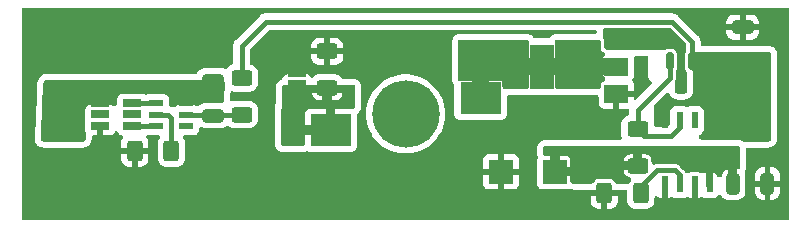
<source format=gbr>
%TF.GenerationSoftware,KiCad,Pcbnew,7.0.10*%
%TF.CreationDate,2024-10-13T16:46:52+02:00*%
%TF.ProjectId,Luz solar,4c757a20-736f-46c6-9172-2e6b69636164,rev?*%
%TF.SameCoordinates,Original*%
%TF.FileFunction,Copper,L1,Top*%
%TF.FilePolarity,Positive*%
%FSLAX46Y46*%
G04 Gerber Fmt 4.6, Leading zero omitted, Abs format (unit mm)*
G04 Created by KiCad (PCBNEW 7.0.10) date 2024-10-13 16:46:52*
%MOMM*%
%LPD*%
G01*
G04 APERTURE LIST*
G04 Aperture macros list*
%AMRoundRect*
0 Rectangle with rounded corners*
0 $1 Rounding radius*
0 $2 $3 $4 $5 $6 $7 $8 $9 X,Y pos of 4 corners*
0 Add a 4 corners polygon primitive as box body*
4,1,4,$2,$3,$4,$5,$6,$7,$8,$9,$2,$3,0*
0 Add four circle primitives for the rounded corners*
1,1,$1+$1,$2,$3*
1,1,$1+$1,$4,$5*
1,1,$1+$1,$6,$7*
1,1,$1+$1,$8,$9*
0 Add four rect primitives between the rounded corners*
20,1,$1+$1,$2,$3,$4,$5,0*
20,1,$1+$1,$4,$5,$6,$7,0*
20,1,$1+$1,$6,$7,$8,$9,0*
20,1,$1+$1,$8,$9,$2,$3,0*%
%AMFreePoly0*
4,1,19,0.500000,-0.750000,0.000000,-0.750000,0.000000,-0.744911,-0.071157,-0.744911,-0.207708,-0.704816,-0.327430,-0.627875,-0.420627,-0.520320,-0.479746,-0.390866,-0.500000,-0.250000,-0.500000,0.250000,-0.479746,0.390866,-0.420627,0.520320,-0.327430,0.627875,-0.207708,0.704816,-0.071157,0.744911,0.000000,0.744911,0.000000,0.750000,0.500000,0.750000,0.500000,-0.750000,0.500000,-0.750000,
$1*%
%AMFreePoly1*
4,1,19,0.000000,0.744911,0.071157,0.744911,0.207708,0.704816,0.327430,0.627875,0.420627,0.520320,0.479746,0.390866,0.500000,0.250000,0.500000,-0.250000,0.479746,-0.390866,0.420627,-0.520320,0.327430,-0.627875,0.207708,-0.704816,0.071157,-0.744911,0.000000,-0.744911,0.000000,-0.750000,-0.500000,-0.750000,-0.500000,0.750000,0.000000,0.750000,0.000000,0.744911,0.000000,0.744911,
$1*%
G04 Aperture macros list end*
%TA.AperFunction,SMDPad,CuDef*%
%ADD10R,0.600000X1.400000*%
%TD*%
%TA.AperFunction,SMDPad,CuDef*%
%ADD11RoundRect,0.250000X-0.625000X0.400000X-0.625000X-0.400000X0.625000X-0.400000X0.625000X0.400000X0*%
%TD*%
%TA.AperFunction,SMDPad,CuDef*%
%ADD12R,1.560000X0.650000*%
%TD*%
%TA.AperFunction,SMDPad,CuDef*%
%ADD13R,2.000000X3.800000*%
%TD*%
%TA.AperFunction,SMDPad,CuDef*%
%ADD14R,2.000000X1.500000*%
%TD*%
%TA.AperFunction,SMDPad,CuDef*%
%ADD15RoundRect,0.250000X0.400000X0.625000X-0.400000X0.625000X-0.400000X-0.625000X0.400000X-0.625000X0*%
%TD*%
%TA.AperFunction,SMDPad,CuDef*%
%ADD16RoundRect,0.250000X0.625000X-0.400000X0.625000X0.400000X-0.625000X0.400000X-0.625000X-0.400000X0*%
%TD*%
%TA.AperFunction,SMDPad,CuDef*%
%ADD17R,3.500000X2.700000*%
%TD*%
%TA.AperFunction,SMDPad,CuDef*%
%ADD18C,5.700000*%
%TD*%
%TA.AperFunction,SMDPad,CuDef*%
%ADD19RoundRect,0.250000X0.650000X-0.325000X0.650000X0.325000X-0.650000X0.325000X-0.650000X-0.325000X0*%
%TD*%
%TA.AperFunction,SMDPad,CuDef*%
%ADD20RoundRect,0.250000X-0.325000X-0.650000X0.325000X-0.650000X0.325000X0.650000X-0.325000X0.650000X0*%
%TD*%
%TA.AperFunction,SMDPad,CuDef*%
%ADD21RoundRect,0.150000X-0.150000X0.587500X-0.150000X-0.587500X0.150000X-0.587500X0.150000X0.587500X0*%
%TD*%
%TA.AperFunction,SMDPad,CuDef*%
%ADD22R,1.210000X0.590000*%
%TD*%
%TA.AperFunction,SMDPad,CuDef*%
%ADD23FreePoly0,270.000000*%
%TD*%
%TA.AperFunction,SMDPad,CuDef*%
%ADD24FreePoly1,270.000000*%
%TD*%
%TA.AperFunction,SMDPad,CuDef*%
%ADD25R,2.000000X2.000000*%
%TD*%
%TA.AperFunction,Conductor*%
%ADD26C,0.400000*%
%TD*%
G04 APERTURE END LIST*
D10*
%TO.P,U1,1,TEMP*%
%TO.N,GND*%
X154432000Y-96934000D03*
%TO.P,U1,2,ISET*%
%TO.N,Net-(U1-ISET)*%
X155702000Y-96934000D03*
%TO.P,U1,3,GND*%
%TO.N,GND*%
X156972000Y-96934000D03*
%TO.P,U1,4,VIN*%
%TO.N,/+Vin*%
X158242000Y-96934000D03*
%TO.P,U1,5,BAT*%
%TO.N,/+Bat*%
X158242000Y-91534000D03*
%TO.P,U1,6,~{DONE}*%
%TO.N,unconnected-(U1-~{DONE}-Pad6)*%
X156972000Y-91534000D03*
%TO.P,U1,7,~{CHRG}*%
%TO.N,/{slash}CHRG*%
X155702000Y-91534000D03*
%TO.P,U1,8,FB*%
%TO.N,/+Bat*%
X154432000Y-91534000D03*
%TD*%
D11*
%TO.P,R3,1*%
%TO.N,GND*%
X125857000Y-85699000D03*
%TO.P,R3,2*%
%TO.N,/LED2*%
X125857000Y-88799000D03*
%TD*%
D12*
%TO.P,U4,1,S1*%
%TO.N,/-Bat*%
X106650000Y-90100000D03*
%TO.P,U4,2,D1/D2*%
%TO.N,unconnected-(U4-D1{slash}D2-Pad2)*%
X106650000Y-91050000D03*
%TO.P,U4,3,S2*%
%TO.N,GND*%
X106650000Y-92000000D03*
%TO.P,U4,4,G2*%
%TO.N,Net-(U3-OC)*%
X109350000Y-92000000D03*
%TO.P,U4,5,NC*%
%TO.N,unconnected-(U4-NC-Pad5)*%
X109350000Y-91050000D03*
%TO.P,U4,6,G1*%
%TO.N,Net-(U3-OD)*%
X109350000Y-90100000D03*
%TD*%
D13*
%TO.P,TP4,1,1*%
%TO.N,/-Bat*%
X103000000Y-91000000D03*
%TD*%
D14*
%TO.P,U2,1,GND*%
%TO.N,GND*%
X150343000Y-89295000D03*
%TO.P,U2,2,VO*%
%TO.N,/LED1*%
X150343000Y-86995000D03*
D13*
X144043000Y-86995000D03*
D14*
%TO.P,U2,3,VI*%
%TO.N,/LED*%
X150343000Y-84695000D03*
%TD*%
D15*
%TO.P,R4,1*%
%TO.N,Net-(U3-CS)*%
X112675000Y-94107000D03*
%TO.P,R4,2*%
%TO.N,GND*%
X109575000Y-94107000D03*
%TD*%
D16*
%TO.P,R1,1*%
%TO.N,/+Vin*%
X152146000Y-95377000D03*
%TO.P,R1,2*%
%TO.N,/{slash}CHRG*%
X152146000Y-92277000D03*
%TD*%
D17*
%TO.P,D1,1,K*%
%TO.N,/LED2*%
X126150000Y-92350000D03*
%TO.P,D1,2,A*%
%TO.N,/LED1*%
X138850000Y-89650000D03*
D18*
%TO.P,D1,3*%
%TO.N,N/C*%
X132500000Y-91000000D03*
%TD*%
D16*
%TO.P,R5,1*%
%TO.N,Net-(U3-VCC)*%
X118618000Y-91059000D03*
%TO.P,R5,2*%
%TO.N,/+Bat*%
X118618000Y-87959000D03*
%TD*%
D19*
%TO.P,C3,1*%
%TO.N,Net-(U3-VCC)*%
X116205000Y-91137000D03*
%TO.P,C3,2*%
%TO.N,/-Bat*%
X116205000Y-88187000D03*
%TD*%
D20*
%TO.P,C1,1*%
%TO.N,/+Vin*%
X160196000Y-96901000D03*
%TO.P,C1,2*%
%TO.N,GND*%
X163146000Y-96901000D03*
%TD*%
D19*
%TO.P,C2,1*%
%TO.N,/+Bat*%
X161036000Y-86614000D03*
%TO.P,C2,2*%
%TO.N,GND*%
X161036000Y-83664000D03*
%TD*%
D15*
%TO.P,R2,1*%
%TO.N,Net-(U1-ISET)*%
X152426000Y-97663000D03*
%TO.P,R2,2*%
%TO.N,GND*%
X149326000Y-97663000D03*
%TD*%
D21*
%TO.P,Q1,1,D*%
%TO.N,/+Bat*%
X156779000Y-86517000D03*
%TO.P,Q1,2,G*%
%TO.N,/{slash}CHRG*%
X154879000Y-86517000D03*
%TO.P,Q1,3,S*%
%TO.N,/LED*%
X155829000Y-88392000D03*
%TD*%
D22*
%TO.P,U3,1,OD*%
%TO.N,Net-(U3-OD)*%
X111394000Y-90109000D03*
%TO.P,U3,2,CS*%
%TO.N,Net-(U3-CS)*%
X111394000Y-91059000D03*
%TO.P,U3,3,OC*%
%TO.N,Net-(U3-OC)*%
X111394000Y-92009000D03*
%TO.P,U3,4,TD*%
%TO.N,unconnected-(U3-TD-Pad4)*%
X113904000Y-92009000D03*
%TO.P,U3,5,VCC*%
%TO.N,Net-(U3-VCC)*%
X113904000Y-91059000D03*
%TO.P,U3,6,GND*%
%TO.N,/-Bat*%
X113904000Y-90109000D03*
%TD*%
D13*
%TO.P,TP3,1,1*%
%TO.N,/+Bat*%
X162000000Y-91000000D03*
%TD*%
D23*
%TO.P,JP1,1,A*%
%TO.N,GND*%
X123317000Y-87346000D03*
D24*
%TO.P,JP1,2,B*%
%TO.N,/LED2*%
X123317000Y-88646000D03*
%TD*%
D25*
%TO.P,TP1,1,1*%
%TO.N,/+Vin*%
X145161000Y-95885000D03*
%TD*%
%TO.P,TP2,1,1*%
%TO.N,GND*%
X140589000Y-95885000D03*
%TD*%
D26*
%TO.N,/+Bat*%
X156779000Y-84897000D02*
X155067000Y-83185000D01*
X118618000Y-85217000D02*
X120650000Y-83185000D01*
X156779000Y-86517000D02*
X156779000Y-84897000D01*
X155067000Y-83185000D02*
X120650000Y-83185000D01*
X118618000Y-87959000D02*
X118618000Y-85217000D01*
%TO.N,Net-(U3-VCC)*%
X118413000Y-91059000D02*
X118491000Y-91137000D01*
X116078000Y-91059000D02*
X118413000Y-91059000D01*
X116078000Y-91059000D02*
X113904000Y-91059000D01*
%TO.N,/{slash}CHRG*%
X155702000Y-92075000D02*
X154940000Y-92837000D01*
X152146000Y-90678000D02*
X154879000Y-87945000D01*
X154940000Y-92837000D02*
X152706000Y-92837000D01*
X154879000Y-87945000D02*
X154879000Y-86517000D01*
X152146000Y-92277000D02*
X152146000Y-90678000D01*
X155702000Y-91534000D02*
X155702000Y-92075000D01*
X152706000Y-92837000D02*
X152146000Y-92277000D01*
%TO.N,Net-(U1-ISET)*%
X155702000Y-96139000D02*
X155321000Y-95758000D01*
X155702000Y-96934000D02*
X155702000Y-96139000D01*
X155321000Y-95758000D02*
X153797000Y-95758000D01*
X153797000Y-95758000D02*
X152426000Y-97129000D01*
X152426000Y-97129000D02*
X152426000Y-97663000D01*
%TO.N,Net-(U3-CS)*%
X112395000Y-91059000D02*
X112675000Y-91339000D01*
X112675000Y-91339000D02*
X112675000Y-94107000D01*
X111394000Y-91059000D02*
X112395000Y-91059000D01*
%TO.N,Net-(U3-OD)*%
X109359000Y-90109000D02*
X109350000Y-90100000D01*
X111394000Y-90109000D02*
X109359000Y-90109000D01*
%TO.N,Net-(U3-OC)*%
X109359000Y-92009000D02*
X109350000Y-92000000D01*
X111394000Y-92009000D02*
X109359000Y-92009000D01*
%TD*%
%TA.AperFunction,Conductor*%
%TO.N,/-Bat*%
G36*
X117053838Y-88156954D02*
G01*
X117134620Y-88210930D01*
X117188596Y-88291712D01*
X117207550Y-88387000D01*
X117207206Y-88400087D01*
X117132178Y-89825587D01*
X117108242Y-89919748D01*
X117050094Y-89997580D01*
X116966587Y-90047236D01*
X116883522Y-90061500D01*
X115504993Y-90061500D01*
X115402199Y-90072001D01*
X115235667Y-90127185D01*
X115086343Y-90219288D01*
X115034550Y-90271081D01*
X114953768Y-90325057D01*
X114858480Y-90344010D01*
X114768160Y-90326043D01*
X114768017Y-90326428D01*
X114765643Y-90325542D01*
X114763192Y-90325055D01*
X114759144Y-90323118D01*
X114616481Y-90269908D01*
X114556873Y-90263500D01*
X113251134Y-90263500D01*
X113251130Y-90263500D01*
X113251128Y-90263501D01*
X113238314Y-90264878D01*
X113191519Y-90269908D01*
X113191515Y-90269909D01*
X113056667Y-90320204D01*
X112952945Y-90397851D01*
X112865304Y-90439782D01*
X112768288Y-90444983D01*
X112715426Y-90431335D01*
X112670222Y-90414191D01*
X112656338Y-90408441D01*
X112646306Y-90403925D01*
X112567193Y-90347536D01*
X112515681Y-90265161D01*
X112499499Y-90176863D01*
X112499499Y-89766134D01*
X112499499Y-89766128D01*
X112493091Y-89706517D01*
X112442796Y-89571669D01*
X112356546Y-89456454D01*
X112241331Y-89370204D01*
X112156368Y-89338515D01*
X112106481Y-89319908D01*
X112046873Y-89313500D01*
X110741134Y-89313500D01*
X110741130Y-89313500D01*
X110741128Y-89313501D01*
X110728314Y-89314878D01*
X110681519Y-89319908D01*
X110681511Y-89319910D01*
X110592064Y-89353272D01*
X110496160Y-89368812D01*
X110401609Y-89346468D01*
X110385720Y-89338515D01*
X110372332Y-89331204D01*
X110237481Y-89280908D01*
X110177873Y-89274500D01*
X108522134Y-89274500D01*
X108522130Y-89274500D01*
X108522128Y-89274501D01*
X108509314Y-89275878D01*
X108462519Y-89280908D01*
X108462515Y-89280909D01*
X108327670Y-89331203D01*
X108212455Y-89417453D01*
X108212453Y-89417455D01*
X108126204Y-89532669D01*
X108075908Y-89667518D01*
X108069500Y-89727123D01*
X108069500Y-90081082D01*
X108050546Y-90176370D01*
X107996570Y-90257152D01*
X107915788Y-90311128D01*
X107820500Y-90330082D01*
X107725212Y-90311128D01*
X107680365Y-90285590D01*
X107672334Y-90281205D01*
X107537481Y-90230908D01*
X107477873Y-90224500D01*
X105822134Y-90224500D01*
X105822130Y-90224500D01*
X105822128Y-90224501D01*
X105809314Y-90225878D01*
X105762519Y-90230908D01*
X105762515Y-90230909D01*
X105627670Y-90281203D01*
X105512455Y-90367453D01*
X105512453Y-90367455D01*
X105426204Y-90482669D01*
X105375908Y-90617518D01*
X105369500Y-90677123D01*
X105369500Y-91422865D01*
X105369501Y-91422869D01*
X105377574Y-91497971D01*
X105373541Y-91498404D01*
X105375383Y-91551795D01*
X105377574Y-91552031D01*
X105369500Y-91627123D01*
X105369500Y-92372865D01*
X105369501Y-92372869D01*
X105375908Y-92432480D01*
X105375908Y-92432481D01*
X105375909Y-92432483D01*
X105394301Y-92481796D01*
X105410000Y-92568809D01*
X105410000Y-93096000D01*
X105391046Y-93191288D01*
X105337070Y-93272070D01*
X105256288Y-93326046D01*
X105161000Y-93345000D01*
X101861442Y-93345000D01*
X101766154Y-93326046D01*
X101685372Y-93272070D01*
X101631396Y-93191288D01*
X101612442Y-93096000D01*
X101612738Y-93083868D01*
X101637863Y-92568809D01*
X101842445Y-88374865D01*
X101866019Y-88280617D01*
X101923867Y-88202561D01*
X102007182Y-88152585D01*
X102091149Y-88138000D01*
X116958550Y-88138000D01*
X117053838Y-88156954D01*
G37*
%TD.AperFunction*%
%TD*%
%TA.AperFunction,Conductor*%
%TO.N,/LED2*%
G36*
X128110141Y-88537954D02*
G01*
X128190923Y-88591930D01*
X128244899Y-88672712D01*
X128263853Y-88768000D01*
X128263779Y-88774072D01*
X128225071Y-90361042D01*
X128203799Y-90455839D01*
X128147869Y-90535280D01*
X128065795Y-90587271D01*
X127970073Y-90603896D01*
X127937195Y-90600905D01*
X127931484Y-90600000D01*
X126550001Y-90600000D01*
X126550000Y-90600001D01*
X126550000Y-92501000D01*
X126531046Y-92596288D01*
X126477070Y-92677070D01*
X126396288Y-92731046D01*
X126301000Y-92750000D01*
X124000002Y-92750000D01*
X124000001Y-92750001D01*
X124000001Y-93477000D01*
X123981047Y-93572288D01*
X123927071Y-93653070D01*
X123846289Y-93707046D01*
X123751001Y-93726000D01*
X122175147Y-93726000D01*
X122079859Y-93707046D01*
X121999077Y-93653070D01*
X121945101Y-93572288D01*
X121926147Y-93477000D01*
X121926221Y-93470929D01*
X121945584Y-92677070D01*
X121963317Y-91949999D01*
X124000000Y-91949999D01*
X124000001Y-91950000D01*
X125749999Y-91950000D01*
X125750000Y-91949999D01*
X125750000Y-90600001D01*
X125749999Y-90600000D01*
X124368519Y-90600000D01*
X124274854Y-90614834D01*
X124161954Y-90672359D01*
X124072358Y-90761955D01*
X124014836Y-90874849D01*
X124014835Y-90874853D01*
X124000000Y-90968518D01*
X124000000Y-91949999D01*
X121963317Y-91949999D01*
X122028813Y-89264650D01*
X124582000Y-89264650D01*
X124584899Y-89301486D01*
X124584901Y-89301498D01*
X124630716Y-89459195D01*
X124714315Y-89600553D01*
X124830446Y-89716684D01*
X124971804Y-89800283D01*
X125129501Y-89846098D01*
X125129513Y-89846100D01*
X125166349Y-89848999D01*
X125166360Y-89849000D01*
X125456999Y-89849000D01*
X125457000Y-89848999D01*
X126257000Y-89848999D01*
X126257001Y-89849000D01*
X126547640Y-89849000D01*
X126547650Y-89848999D01*
X126584486Y-89846100D01*
X126584498Y-89846098D01*
X126742195Y-89800283D01*
X126883553Y-89716684D01*
X126999684Y-89600553D01*
X127083283Y-89459195D01*
X127129098Y-89301498D01*
X127129100Y-89301486D01*
X127131999Y-89264650D01*
X127132000Y-89264639D01*
X127132000Y-89199001D01*
X127131999Y-89199000D01*
X126257001Y-89199000D01*
X126257000Y-89199001D01*
X126257000Y-89848999D01*
X125457000Y-89848999D01*
X125457000Y-89199001D01*
X125456999Y-89199000D01*
X124582001Y-89199000D01*
X124582000Y-89199001D01*
X124582000Y-89264650D01*
X122028813Y-89264650D01*
X122041075Y-88761929D01*
X122062347Y-88667131D01*
X122118277Y-88587690D01*
X122200350Y-88535699D01*
X122290001Y-88519000D01*
X124538999Y-88519000D01*
X127175001Y-88519000D01*
X128014853Y-88519000D01*
X128110141Y-88537954D01*
G37*
%TD.AperFunction*%
%TD*%
%TA.AperFunction,Conductor*%
%TO.N,/LED*%
G36*
X154851834Y-83704454D02*
G01*
X154932616Y-83758430D01*
X156205570Y-85031384D01*
X156259546Y-85112166D01*
X156278500Y-85207454D01*
X156278500Y-85563827D01*
X156259546Y-85659115D01*
X156229846Y-85711686D01*
X156226209Y-85716612D01*
X156226206Y-85716619D01*
X156181353Y-85844804D01*
X156178500Y-85875226D01*
X156178500Y-87158773D01*
X156181353Y-87189195D01*
X156181353Y-87189197D01*
X156181354Y-87189199D01*
X156226207Y-87317382D01*
X156278499Y-87388236D01*
X156288345Y-87401576D01*
X156329678Y-87489499D01*
X156337000Y-87549437D01*
X156337000Y-89032000D01*
X156318046Y-89127288D01*
X156264070Y-89208070D01*
X156183288Y-89262046D01*
X156088000Y-89281000D01*
X155570000Y-89281000D01*
X155474712Y-89262046D01*
X155393930Y-89208070D01*
X155339954Y-89127288D01*
X155321000Y-89032000D01*
X155321000Y-88237069D01*
X155336692Y-88150073D01*
X155338581Y-88145007D01*
X155345385Y-88128576D01*
X155364165Y-88087457D01*
X155364166Y-88087445D01*
X155369182Y-88070367D01*
X155369458Y-88070448D01*
X155369585Y-88069949D01*
X155369305Y-88069888D01*
X155373090Y-88052488D01*
X155373090Y-88052485D01*
X155373091Y-88052483D01*
X155376314Y-88007405D01*
X155378216Y-87989731D01*
X155379499Y-87980808D01*
X155379500Y-87980797D01*
X155379500Y-87971766D01*
X155380135Y-87954000D01*
X155380350Y-87951000D01*
X155383359Y-87908927D01*
X155383356Y-87908917D01*
X155382088Y-87891165D01*
X155382373Y-87891144D01*
X155379500Y-87864418D01*
X155379500Y-87470172D01*
X155398454Y-87374884D01*
X155428156Y-87322310D01*
X155428345Y-87322052D01*
X155431793Y-87317382D01*
X155476646Y-87189199D01*
X155479500Y-87158766D01*
X155479500Y-85875234D01*
X155476646Y-85844801D01*
X155431793Y-85716618D01*
X155351150Y-85607350D01*
X155241882Y-85526707D01*
X155241880Y-85526706D01*
X155175940Y-85503633D01*
X155113699Y-85481854D01*
X155113697Y-85481853D01*
X155113695Y-85481853D01*
X155083273Y-85479000D01*
X155083266Y-85479000D01*
X154674734Y-85479000D01*
X154674726Y-85479000D01*
X154644304Y-85481853D01*
X154516119Y-85526706D01*
X154516112Y-85526710D01*
X154485443Y-85549345D01*
X154397519Y-85590679D01*
X154337583Y-85598000D01*
X149664482Y-85598000D01*
X149569194Y-85579046D01*
X149509478Y-85542547D01*
X149509432Y-85542613D01*
X149508401Y-85541889D01*
X149503211Y-85538717D01*
X149500020Y-85536004D01*
X149500013Y-85535999D01*
X149500012Y-85535998D01*
X149453914Y-85503631D01*
X149386823Y-85433364D01*
X149351728Y-85342770D01*
X149348001Y-85299849D01*
X149348001Y-84958003D01*
X149348001Y-84958000D01*
X149342131Y-84898400D01*
X149323177Y-84803112D01*
X149321721Y-84796209D01*
X149277562Y-84692987D01*
X149277561Y-84692985D01*
X149277560Y-84692982D01*
X149266964Y-84677124D01*
X149229784Y-84587365D01*
X149225000Y-84538788D01*
X149225000Y-83934500D01*
X149243954Y-83839212D01*
X149297930Y-83758430D01*
X149378712Y-83704454D01*
X149474000Y-83685500D01*
X154756546Y-83685500D01*
X154851834Y-83704454D01*
G37*
%TD.AperFunction*%
%TD*%
%TA.AperFunction,Conductor*%
%TO.N,/LED1*%
G36*
X142815160Y-84727954D02*
G01*
X142895942Y-84781930D01*
X142949918Y-84862712D01*
X142968872Y-84958000D01*
X142949918Y-85053287D01*
X142948803Y-85055977D01*
X142943000Y-85085153D01*
X142943000Y-86244999D01*
X142943001Y-86245000D01*
X145142998Y-86245000D01*
X145142999Y-86244999D01*
X145142999Y-85085152D01*
X145137198Y-85055982D01*
X145136082Y-85053288D01*
X145117128Y-84958000D01*
X145136082Y-84862712D01*
X145190059Y-84781930D01*
X145270840Y-84727954D01*
X145366128Y-84709000D01*
X148793501Y-84709000D01*
X148888789Y-84727954D01*
X148969571Y-84781930D01*
X149023547Y-84862712D01*
X149042501Y-84958000D01*
X149042501Y-85489869D01*
X149045415Y-85514993D01*
X149090792Y-85617762D01*
X149090793Y-85617763D01*
X149090794Y-85617765D01*
X149170235Y-85697206D01*
X149244950Y-85730195D01*
X149324462Y-85786023D01*
X149376558Y-85868030D01*
X149393307Y-85963730D01*
X149372157Y-86058555D01*
X149316329Y-86138068D01*
X149282713Y-86165013D01*
X149270907Y-86172901D01*
X149270904Y-86172904D01*
X149248802Y-86205982D01*
X149243000Y-86235153D01*
X149243000Y-86244999D01*
X149243001Y-86245000D01*
X150844000Y-86245000D01*
X150939288Y-86263954D01*
X151020070Y-86317930D01*
X151074046Y-86398712D01*
X151093000Y-86494000D01*
X151093000Y-87496000D01*
X151074046Y-87591288D01*
X151020070Y-87672070D01*
X150939288Y-87726046D01*
X150844000Y-87745000D01*
X149243002Y-87745000D01*
X149243001Y-87745001D01*
X149243001Y-87754847D01*
X149248801Y-87784015D01*
X149270904Y-87817095D01*
X149270906Y-87817097D01*
X149282708Y-87824983D01*
X149351408Y-87893681D01*
X149388588Y-87983441D01*
X149388589Y-88080596D01*
X149351410Y-88170355D01*
X149282712Y-88239055D01*
X149244951Y-88259803D01*
X149170236Y-88292793D01*
X149090794Y-88372235D01*
X149045414Y-88475011D01*
X149042500Y-88500133D01*
X149042500Y-88651000D01*
X149023546Y-88746288D01*
X148969570Y-88827070D01*
X148888788Y-88881046D01*
X148793500Y-88900000D01*
X145392000Y-88900000D01*
X145296712Y-88881046D01*
X145215930Y-88827070D01*
X145161954Y-88746288D01*
X145143000Y-88651000D01*
X145143000Y-87745001D01*
X145142999Y-87745000D01*
X142943002Y-87745000D01*
X142943001Y-87745001D01*
X142943001Y-88651000D01*
X142924047Y-88746288D01*
X142870071Y-88827070D01*
X142789289Y-88881046D01*
X142694001Y-88900000D01*
X140948999Y-88900000D01*
X140853711Y-88881046D01*
X140772929Y-88827070D01*
X140718953Y-88746288D01*
X140699999Y-88651000D01*
X140699999Y-88290152D01*
X140694198Y-88260984D01*
X140672095Y-88227904D01*
X140639017Y-88205802D01*
X140609846Y-88200000D01*
X139600001Y-88200000D01*
X139600000Y-88200001D01*
X139600000Y-90151000D01*
X139581046Y-90246288D01*
X139527070Y-90327070D01*
X139446288Y-90381046D01*
X139351000Y-90400000D01*
X138349000Y-90400000D01*
X138253712Y-90381046D01*
X138172930Y-90327070D01*
X138118954Y-90246288D01*
X138100000Y-90151000D01*
X138100000Y-88200001D01*
X138099999Y-88200000D01*
X137155000Y-88200000D01*
X137059712Y-88181046D01*
X136978930Y-88127070D01*
X136924954Y-88046288D01*
X136906000Y-87951000D01*
X136906000Y-84958000D01*
X136924954Y-84862712D01*
X136978930Y-84781930D01*
X137059712Y-84727954D01*
X137155000Y-84709000D01*
X142719872Y-84709000D01*
X142815160Y-84727954D01*
G37*
%TD.AperFunction*%
%TD*%
%TA.AperFunction,Conductor*%
%TO.N,GND*%
G36*
X164942539Y-82020185D02*
G01*
X164988294Y-82072989D01*
X164999500Y-82124500D01*
X164999500Y-99875500D01*
X164979815Y-99942539D01*
X164927011Y-99988294D01*
X164875500Y-99999500D01*
X100124500Y-99999500D01*
X100057461Y-99979815D01*
X100011706Y-99927011D01*
X100000500Y-99875500D01*
X100000500Y-97913000D01*
X148176001Y-97913000D01*
X148176001Y-98337986D01*
X148186494Y-98440697D01*
X148241641Y-98607119D01*
X148241643Y-98607124D01*
X148333684Y-98756345D01*
X148457654Y-98880315D01*
X148606875Y-98972356D01*
X148606880Y-98972358D01*
X148773302Y-99027505D01*
X148773309Y-99027506D01*
X148876019Y-99037999D01*
X149075999Y-99037999D01*
X149076000Y-99037998D01*
X149076000Y-97913000D01*
X149576000Y-97913000D01*
X149576000Y-99037999D01*
X149775972Y-99037999D01*
X149775986Y-99037998D01*
X149878697Y-99027505D01*
X150045119Y-98972358D01*
X150045124Y-98972356D01*
X150194345Y-98880315D01*
X150318315Y-98756345D01*
X150410356Y-98607124D01*
X150410358Y-98607119D01*
X150465505Y-98440697D01*
X150465506Y-98440690D01*
X150475999Y-98337986D01*
X150476000Y-98337973D01*
X150476000Y-97913000D01*
X149576000Y-97913000D01*
X149076000Y-97913000D01*
X148176001Y-97913000D01*
X100000500Y-97913000D01*
X100000500Y-96135000D01*
X139089000Y-96135000D01*
X139089000Y-96932844D01*
X139095401Y-96992372D01*
X139095403Y-96992379D01*
X139145645Y-97127086D01*
X139145649Y-97127093D01*
X139231809Y-97242187D01*
X139231812Y-97242190D01*
X139346906Y-97328350D01*
X139346913Y-97328354D01*
X139481620Y-97378596D01*
X139481627Y-97378598D01*
X139541155Y-97384999D01*
X139541172Y-97385000D01*
X140339000Y-97385000D01*
X140339000Y-96135000D01*
X140839000Y-96135000D01*
X140839000Y-97385000D01*
X141636828Y-97385000D01*
X141636844Y-97384999D01*
X141696372Y-97378598D01*
X141696379Y-97378596D01*
X141831086Y-97328354D01*
X141831093Y-97328350D01*
X141946187Y-97242190D01*
X141946190Y-97242187D01*
X142032350Y-97127093D01*
X142032354Y-97127086D01*
X142082596Y-96992379D01*
X142082598Y-96992372D01*
X142088999Y-96932844D01*
X142089000Y-96932827D01*
X142089000Y-96135000D01*
X140839000Y-96135000D01*
X140339000Y-96135000D01*
X139089000Y-96135000D01*
X100000500Y-96135000D01*
X100000500Y-95635000D01*
X139089000Y-95635000D01*
X140339000Y-95635000D01*
X140339000Y-94385000D01*
X140839000Y-94385000D01*
X140839000Y-95635000D01*
X142089000Y-95635000D01*
X142089000Y-94837172D01*
X142088999Y-94837155D01*
X142082598Y-94777627D01*
X142082596Y-94777620D01*
X142032354Y-94642913D01*
X142032350Y-94642906D01*
X141946190Y-94527812D01*
X141946187Y-94527809D01*
X141831093Y-94441649D01*
X141831086Y-94441645D01*
X141696379Y-94391403D01*
X141696372Y-94391401D01*
X141636844Y-94385000D01*
X140839000Y-94385000D01*
X140339000Y-94385000D01*
X139541155Y-94385000D01*
X139481627Y-94391401D01*
X139481620Y-94391403D01*
X139346913Y-94441645D01*
X139346906Y-94441649D01*
X139231812Y-94527809D01*
X139231809Y-94527812D01*
X139145649Y-94642906D01*
X139145645Y-94642913D01*
X139095403Y-94777620D01*
X139095401Y-94777627D01*
X139089000Y-94837155D01*
X139089000Y-95635000D01*
X100000500Y-95635000D01*
X100000500Y-94357000D01*
X108425001Y-94357000D01*
X108425001Y-94781986D01*
X108435494Y-94884697D01*
X108490641Y-95051119D01*
X108490643Y-95051124D01*
X108582684Y-95200345D01*
X108706654Y-95324315D01*
X108855875Y-95416356D01*
X108855880Y-95416358D01*
X109022302Y-95471505D01*
X109022309Y-95471506D01*
X109125019Y-95481999D01*
X109324999Y-95481999D01*
X109325000Y-95481998D01*
X109325000Y-94357000D01*
X109825000Y-94357000D01*
X109825000Y-95481999D01*
X110024972Y-95481999D01*
X110024986Y-95481998D01*
X110127697Y-95471505D01*
X110294119Y-95416358D01*
X110294124Y-95416356D01*
X110443345Y-95324315D01*
X110567315Y-95200345D01*
X110659356Y-95051124D01*
X110659358Y-95051119D01*
X110714505Y-94884697D01*
X110714506Y-94884690D01*
X110724999Y-94781986D01*
X110725000Y-94781973D01*
X110725000Y-94357000D01*
X109825000Y-94357000D01*
X109325000Y-94357000D01*
X108425001Y-94357000D01*
X100000500Y-94357000D01*
X100000500Y-93083666D01*
X101107091Y-93083666D01*
X101116654Y-93194615D01*
X101116656Y-93194627D01*
X101135609Y-93289908D01*
X101135614Y-93289929D01*
X101148988Y-93342327D01*
X101148990Y-93342332D01*
X101148991Y-93342335D01*
X101211086Y-93472126D01*
X101265062Y-93552908D01*
X101297495Y-93596233D01*
X101404534Y-93692380D01*
X101450850Y-93723327D01*
X101485311Y-93746353D01*
X101485316Y-93746356D01*
X101531843Y-93773962D01*
X101531845Y-93773963D01*
X101531847Y-93773963D01*
X101531851Y-93773966D01*
X101667536Y-93821833D01*
X101762824Y-93840787D01*
X101861442Y-93850500D01*
X101861444Y-93850500D01*
X105160998Y-93850500D01*
X105161000Y-93850500D01*
X105259618Y-93840787D01*
X105354906Y-93821833D01*
X105407335Y-93808451D01*
X105537126Y-93746356D01*
X105617908Y-93692380D01*
X105661233Y-93659947D01*
X105757380Y-93552908D01*
X105811356Y-93472126D01*
X105838966Y-93425591D01*
X105886833Y-93289906D01*
X105905787Y-93194618D01*
X105915500Y-93096000D01*
X105915500Y-92949000D01*
X105935185Y-92881961D01*
X105987989Y-92836206D01*
X106039500Y-92825000D01*
X106400000Y-92825000D01*
X106400000Y-91999499D01*
X106419685Y-91932460D01*
X106472489Y-91886705D01*
X106524000Y-91875499D01*
X106776000Y-91875499D01*
X106843039Y-91895184D01*
X106888794Y-91947988D01*
X106900000Y-91999499D01*
X106900000Y-92825000D01*
X107477828Y-92825000D01*
X107477844Y-92824999D01*
X107537372Y-92818598D01*
X107537379Y-92818596D01*
X107672086Y-92768354D01*
X107672093Y-92768350D01*
X107787187Y-92682190D01*
X107787190Y-92682187D01*
X107873350Y-92567093D01*
X107873353Y-92567088D01*
X107883550Y-92539748D01*
X107925420Y-92483813D01*
X107990884Y-92459395D01*
X108059158Y-92474246D01*
X108108564Y-92523650D01*
X108115915Y-92539746D01*
X108126202Y-92567328D01*
X108126206Y-92567335D01*
X108212452Y-92682544D01*
X108212455Y-92682547D01*
X108327664Y-92768793D01*
X108327671Y-92768797D01*
X108372618Y-92785561D01*
X108462517Y-92819091D01*
X108492241Y-92822286D01*
X108556788Y-92849022D01*
X108596638Y-92906414D01*
X108599133Y-92976239D01*
X108584523Y-93010671D01*
X108490645Y-93162871D01*
X108490641Y-93162880D01*
X108435494Y-93329302D01*
X108435493Y-93329309D01*
X108425000Y-93432013D01*
X108425000Y-93857000D01*
X110724999Y-93857000D01*
X110724999Y-93432028D01*
X110724998Y-93432013D01*
X110714505Y-93329302D01*
X110659358Y-93162880D01*
X110659356Y-93162875D01*
X110567315Y-93013654D01*
X110558497Y-93004836D01*
X110525012Y-92943513D01*
X110529996Y-92873821D01*
X110571868Y-92817888D01*
X110637332Y-92793471D01*
X110674695Y-92796479D01*
X110681515Y-92798090D01*
X110681517Y-92798091D01*
X110741127Y-92804500D01*
X111591770Y-92804499D01*
X111658809Y-92824183D01*
X111704564Y-92876987D01*
X111714508Y-92946146D01*
X111686501Y-93007471D01*
X111686766Y-93007681D01*
X111685913Y-93008758D01*
X111685483Y-93009702D01*
X111683389Y-93011951D01*
X111682290Y-93013341D01*
X111682288Y-93013343D01*
X111682288Y-93013344D01*
X111671636Y-93030613D01*
X111590187Y-93162663D01*
X111590185Y-93162668D01*
X111579599Y-93194615D01*
X111535001Y-93329203D01*
X111535001Y-93329204D01*
X111535000Y-93329204D01*
X111524500Y-93431983D01*
X111524500Y-94782001D01*
X111524501Y-94782018D01*
X111535000Y-94884796D01*
X111535001Y-94884799D01*
X111590115Y-95051119D01*
X111590186Y-95051334D01*
X111682288Y-95200656D01*
X111806344Y-95324712D01*
X111955666Y-95416814D01*
X112122203Y-95471999D01*
X112224991Y-95482500D01*
X113125008Y-95482499D01*
X113125016Y-95482498D01*
X113125019Y-95482498D01*
X113181302Y-95476748D01*
X113227797Y-95471999D01*
X113394334Y-95416814D01*
X113543656Y-95324712D01*
X113667712Y-95200656D01*
X113759814Y-95051334D01*
X113814999Y-94884797D01*
X113825500Y-94782009D01*
X113825499Y-93470839D01*
X121420685Y-93470839D01*
X121430360Y-93575618D01*
X121430362Y-93575631D01*
X121449314Y-93670908D01*
X121449319Y-93670929D01*
X121462693Y-93723327D01*
X121462695Y-93723332D01*
X121462696Y-93723335D01*
X121524791Y-93853126D01*
X121578767Y-93933908D01*
X121611200Y-93977233D01*
X121718239Y-94073380D01*
X121778482Y-94113632D01*
X121799016Y-94127353D01*
X121799021Y-94127356D01*
X121845548Y-94154962D01*
X121845550Y-94154963D01*
X121845552Y-94154963D01*
X121845556Y-94154966D01*
X121981241Y-94202833D01*
X122076529Y-94221787D01*
X122175147Y-94231500D01*
X122175149Y-94231500D01*
X123750999Y-94231500D01*
X123751001Y-94231500D01*
X123849619Y-94221787D01*
X123944907Y-94202833D01*
X123997336Y-94189451D01*
X124073693Y-94152919D01*
X124142662Y-94141745D01*
X124170533Y-94148594D01*
X124292517Y-94194091D01*
X124352127Y-94200500D01*
X127947872Y-94200499D01*
X128007483Y-94194091D01*
X128142331Y-94143796D01*
X128257546Y-94057546D01*
X128343796Y-93942331D01*
X128394091Y-93807483D01*
X128400500Y-93747873D01*
X128400499Y-91038997D01*
X128411949Y-91000002D01*
X129144579Y-91000002D01*
X129164248Y-91362782D01*
X129164250Y-91362799D01*
X129223024Y-91721303D01*
X129223030Y-91721329D01*
X129320221Y-92071381D01*
X129320226Y-92071396D01*
X129454700Y-92408901D01*
X129454706Y-92408913D01*
X129624878Y-92729892D01*
X129624881Y-92729897D01*
X129624883Y-92729900D01*
X129696961Y-92836206D01*
X129828772Y-93030613D01*
X130035374Y-93273844D01*
X130063979Y-93307521D01*
X130327746Y-93557375D01*
X130616981Y-93777245D01*
X130928292Y-93964555D01*
X130928294Y-93964556D01*
X130928296Y-93964557D01*
X130928300Y-93964559D01*
X131163501Y-94073374D01*
X131258031Y-94117108D01*
X131602330Y-94233116D01*
X131957153Y-94311218D01*
X132318341Y-94350500D01*
X132318347Y-94350500D01*
X132681653Y-94350500D01*
X132681659Y-94350500D01*
X133042847Y-94311218D01*
X133397670Y-94233116D01*
X133741969Y-94117108D01*
X134071708Y-93964555D01*
X134383019Y-93777245D01*
X134672254Y-93557375D01*
X134936021Y-93307521D01*
X135171227Y-93030614D01*
X135375117Y-92729900D01*
X135545298Y-92408905D01*
X135679775Y-92071391D01*
X135684407Y-92054710D01*
X135747632Y-91826991D01*
X135776973Y-91721316D01*
X135803802Y-91557666D01*
X135835749Y-91362799D01*
X135835751Y-91362782D01*
X135855421Y-91000002D01*
X135855421Y-90999997D01*
X135835751Y-90637217D01*
X135835749Y-90637200D01*
X135776975Y-90278696D01*
X135776974Y-90278695D01*
X135776973Y-90278684D01*
X135757923Y-90210071D01*
X135679778Y-89928618D01*
X135679773Y-89928603D01*
X135545299Y-89591098D01*
X135545298Y-89591095D01*
X135441600Y-89395500D01*
X135375121Y-89270107D01*
X135375119Y-89270104D01*
X135375117Y-89270100D01*
X135171227Y-88969386D01*
X134936021Y-88692479D01*
X134672254Y-88442625D01*
X134672244Y-88442617D01*
X134550710Y-88350230D01*
X134383019Y-88222755D01*
X134071708Y-88035445D01*
X134071707Y-88035444D01*
X134071703Y-88035442D01*
X134071699Y-88035440D01*
X133741979Y-87882896D01*
X133741974Y-87882894D01*
X133741969Y-87882892D01*
X133494023Y-87799349D01*
X133397669Y-87766883D01*
X133042845Y-87688781D01*
X132681660Y-87649500D01*
X132681659Y-87649500D01*
X132318341Y-87649500D01*
X132318339Y-87649500D01*
X131957154Y-87688781D01*
X131602330Y-87766883D01*
X131336178Y-87856560D01*
X131258031Y-87882892D01*
X131258028Y-87882893D01*
X131258020Y-87882896D01*
X130928300Y-88035440D01*
X130928296Y-88035442D01*
X130720182Y-88160661D01*
X130616981Y-88222755D01*
X130549515Y-88274041D01*
X130327755Y-88442617D01*
X130327745Y-88442625D01*
X130063978Y-88692479D01*
X129828772Y-88969386D01*
X129624884Y-89270098D01*
X129624878Y-89270107D01*
X129454706Y-89591086D01*
X129454700Y-89591098D01*
X129320226Y-89928603D01*
X129320221Y-89928618D01*
X129223030Y-90278670D01*
X129223024Y-90278696D01*
X129164250Y-90637200D01*
X129164248Y-90637217D01*
X129144579Y-90999997D01*
X129144579Y-91000002D01*
X128411949Y-91000002D01*
X128420184Y-90971959D01*
X128452630Y-90937949D01*
X128462475Y-90930948D01*
X128561204Y-90826286D01*
X128595793Y-90777157D01*
X128617112Y-90746877D01*
X128617118Y-90746866D01*
X128617134Y-90746845D01*
X128645872Y-90700995D01*
X128697034Y-90566519D01*
X128718306Y-90471722D01*
X128730421Y-90373368D01*
X128739128Y-90016382D01*
X128769128Y-88786457D01*
X128769136Y-88785993D01*
X128769241Y-88780232D01*
X128769315Y-88774160D01*
X128759640Y-88669382D01*
X128740686Y-88574094D01*
X128740680Y-88574070D01*
X128727306Y-88521672D01*
X128727305Y-88521670D01*
X128727304Y-88521665D01*
X128665209Y-88391874D01*
X128611233Y-88311092D01*
X128578800Y-88267767D01*
X128471761Y-88171620D01*
X128431507Y-88144723D01*
X128390983Y-88117646D01*
X128390978Y-88117643D01*
X128344451Y-88090037D01*
X128344449Y-88090036D01*
X128344444Y-88090034D01*
X128274415Y-88065329D01*
X128208757Y-88042166D01*
X128113469Y-88023212D01*
X128034277Y-88015413D01*
X128014853Y-88013500D01*
X128014851Y-88013500D01*
X127195210Y-88013500D01*
X127128171Y-87993815D01*
X127089672Y-87954597D01*
X127074714Y-87930347D01*
X127074711Y-87930343D01*
X126950657Y-87806289D01*
X126950656Y-87806288D01*
X126811770Y-87720623D01*
X126801336Y-87714187D01*
X126801331Y-87714185D01*
X126725940Y-87689203D01*
X126634797Y-87659001D01*
X126634795Y-87659000D01*
X126532010Y-87648500D01*
X125181998Y-87648500D01*
X125181981Y-87648501D01*
X125079203Y-87659000D01*
X125079200Y-87659001D01*
X124912668Y-87714185D01*
X124912663Y-87714187D01*
X124763345Y-87806287D01*
X124677515Y-87892117D01*
X124616191Y-87925601D01*
X124546500Y-87920617D01*
X124490566Y-87878745D01*
X124485528Y-87871489D01*
X124449143Y-87814872D01*
X124340373Y-87720623D01*
X124337021Y-87719092D01*
X124209456Y-87660834D01*
X124102792Y-87645499D01*
X124067000Y-87640353D01*
X123602763Y-87640353D01*
X123531236Y-87640353D01*
X123102764Y-87640353D01*
X123031237Y-87640353D01*
X122567000Y-87640353D01*
X122566997Y-87640353D01*
X122495039Y-87645499D01*
X122495034Y-87645500D01*
X122356949Y-87686045D01*
X122235873Y-87763856D01*
X122141623Y-87872626D01*
X122141622Y-87872628D01*
X122080038Y-88007477D01*
X122034283Y-88060281D01*
X122018018Y-88069093D01*
X121929846Y-88108666D01*
X121929833Y-88108673D01*
X121847764Y-88160661D01*
X121847752Y-88160670D01*
X121803674Y-88192018D01*
X121803666Y-88192025D01*
X121704940Y-88296685D01*
X121649011Y-88376126D01*
X121649008Y-88376130D01*
X121620274Y-88421973D01*
X121620269Y-88421984D01*
X121569112Y-88556451D01*
X121569109Y-88556461D01*
X121547840Y-88651246D01*
X121547839Y-88651249D01*
X121535724Y-88749605D01*
X121523463Y-89252324D01*
X121478264Y-91105499D01*
X121478264Y-91105500D01*
X121457967Y-91937673D01*
X121420871Y-93458543D01*
X121420759Y-93464761D01*
X121420685Y-93470839D01*
X113825499Y-93470839D01*
X113825499Y-93431992D01*
X113818170Y-93360250D01*
X113814999Y-93329203D01*
X113814998Y-93329200D01*
X113801977Y-93289906D01*
X113759814Y-93162666D01*
X113667712Y-93013344D01*
X113667709Y-93013341D01*
X113663234Y-93007681D01*
X113665101Y-93006204D01*
X113637063Y-92954857D01*
X113642047Y-92885165D01*
X113683919Y-92829232D01*
X113749383Y-92804815D01*
X113758229Y-92804499D01*
X114556871Y-92804499D01*
X114556872Y-92804499D01*
X114616483Y-92798091D01*
X114751331Y-92747796D01*
X114866546Y-92661546D01*
X114952796Y-92546331D01*
X115003091Y-92411483D01*
X115009500Y-92351873D01*
X115009499Y-92229486D01*
X115029183Y-92162449D01*
X115081987Y-92116694D01*
X115151145Y-92106750D01*
X115198595Y-92123949D01*
X115235659Y-92146810D01*
X115235660Y-92146810D01*
X115235666Y-92146814D01*
X115402203Y-92201999D01*
X115504991Y-92212500D01*
X116905008Y-92212499D01*
X117007797Y-92201999D01*
X117174334Y-92146814D01*
X117323656Y-92054712D01*
X117337819Y-92040549D01*
X117399142Y-92007064D01*
X117468834Y-92012048D01*
X117513181Y-92040549D01*
X117524344Y-92051712D01*
X117673666Y-92143814D01*
X117840203Y-92198999D01*
X117942991Y-92209500D01*
X119293008Y-92209499D01*
X119395797Y-92198999D01*
X119562334Y-92143814D01*
X119711656Y-92051712D01*
X119835712Y-91927656D01*
X119927814Y-91778334D01*
X119982999Y-91611797D01*
X119993500Y-91509009D01*
X119993499Y-90608992D01*
X119982999Y-90506203D01*
X119927814Y-90339666D01*
X119835712Y-90190344D01*
X119711656Y-90066288D01*
X119562334Y-89974186D01*
X119395797Y-89919001D01*
X119395795Y-89919000D01*
X119293010Y-89908500D01*
X117942998Y-89908500D01*
X117942981Y-89908501D01*
X117840203Y-89919000D01*
X117840196Y-89919002D01*
X117802167Y-89931604D01*
X117732339Y-89934006D01*
X117672297Y-89898274D01*
X117641105Y-89835753D01*
X117639335Y-89807386D01*
X117670880Y-89208036D01*
X117694061Y-89142124D01*
X117749197Y-89099208D01*
X117818783Y-89092913D01*
X117833707Y-89096846D01*
X117840203Y-89098999D01*
X117942991Y-89109500D01*
X119293008Y-89109499D01*
X119395797Y-89098999D01*
X119562334Y-89043814D01*
X119711656Y-88951712D01*
X119835712Y-88827656D01*
X119927814Y-88678334D01*
X119982999Y-88511797D01*
X119993500Y-88409009D01*
X119993499Y-87508992D01*
X119982999Y-87406203D01*
X119927814Y-87239666D01*
X119835712Y-87090344D01*
X119711656Y-86966288D01*
X119562334Y-86874186D01*
X119486322Y-86848998D01*
X119403496Y-86821552D01*
X119346051Y-86781779D01*
X119319228Y-86717263D01*
X119318500Y-86703846D01*
X119318500Y-85949000D01*
X124482001Y-85949000D01*
X124482001Y-86148986D01*
X124492494Y-86251697D01*
X124547641Y-86418119D01*
X124547643Y-86418124D01*
X124639684Y-86567345D01*
X124763654Y-86691315D01*
X124912875Y-86783356D01*
X124912880Y-86783358D01*
X125079302Y-86838505D01*
X125079309Y-86838506D01*
X125182019Y-86848999D01*
X125606999Y-86848999D01*
X125607000Y-86848998D01*
X125607000Y-85949000D01*
X126107000Y-85949000D01*
X126107000Y-86848999D01*
X126531972Y-86848999D01*
X126531986Y-86848998D01*
X126634697Y-86838505D01*
X126801119Y-86783358D01*
X126801124Y-86783356D01*
X126950345Y-86691315D01*
X127074315Y-86567345D01*
X127166356Y-86418124D01*
X127166358Y-86418119D01*
X127221505Y-86251697D01*
X127221506Y-86251690D01*
X127231999Y-86148986D01*
X127232000Y-86148973D01*
X127232000Y-85949000D01*
X126107000Y-85949000D01*
X125607000Y-85949000D01*
X124482001Y-85949000D01*
X119318500Y-85949000D01*
X119318500Y-85558519D01*
X119338185Y-85491480D01*
X119354819Y-85470838D01*
X119376657Y-85449000D01*
X124482000Y-85449000D01*
X125607000Y-85449000D01*
X125607000Y-84549000D01*
X126107000Y-84549000D01*
X126107000Y-85449000D01*
X127231999Y-85449000D01*
X127231999Y-85249028D01*
X127231998Y-85249013D01*
X127221505Y-85146302D01*
X127166358Y-84979880D01*
X127166356Y-84979875D01*
X127074315Y-84830654D01*
X126950345Y-84706684D01*
X126801124Y-84614643D01*
X126801119Y-84614641D01*
X126634697Y-84559494D01*
X126634690Y-84559493D01*
X126531986Y-84549000D01*
X126107000Y-84549000D01*
X125607000Y-84549000D01*
X125182028Y-84549000D01*
X125182012Y-84549001D01*
X125079302Y-84559494D01*
X124912880Y-84614641D01*
X124912875Y-84614643D01*
X124763654Y-84706684D01*
X124639684Y-84830654D01*
X124547643Y-84979875D01*
X124547641Y-84979880D01*
X124492494Y-85146302D01*
X124492493Y-85146309D01*
X124482000Y-85249013D01*
X124482000Y-85449000D01*
X119376657Y-85449000D01*
X120903838Y-83921819D01*
X120965161Y-83888334D01*
X120991519Y-83885500D01*
X148595500Y-83885500D01*
X148662539Y-83905185D01*
X148708294Y-83957989D01*
X148719500Y-84009500D01*
X148719500Y-84079500D01*
X148699815Y-84146539D01*
X148647011Y-84192294D01*
X148595500Y-84203500D01*
X145366128Y-84203500D01*
X145348686Y-84205217D01*
X145267521Y-84213211D01*
X145267511Y-84213212D01*
X145267510Y-84213213D01*
X145236644Y-84219352D01*
X145172215Y-84232168D01*
X145172200Y-84232171D01*
X145119798Y-84245546D01*
X145119792Y-84245548D01*
X144989996Y-84307648D01*
X144909227Y-84361616D01*
X144865896Y-84394052D01*
X144769749Y-84501092D01*
X144769748Y-84501093D01*
X144744159Y-84539391D01*
X144690547Y-84584196D01*
X144641057Y-84594500D01*
X143444944Y-84594500D01*
X143377905Y-84574815D01*
X143341842Y-84539391D01*
X143316252Y-84501092D01*
X143283819Y-84457767D01*
X143176780Y-84361620D01*
X143136526Y-84334723D01*
X143096002Y-84307646D01*
X143095997Y-84307643D01*
X143049470Y-84280037D01*
X143049468Y-84280036D01*
X143049463Y-84280034D01*
X142951711Y-84245549D01*
X142913776Y-84232166D01*
X142818488Y-84213212D01*
X142739296Y-84205413D01*
X142719872Y-84203500D01*
X137155000Y-84203500D01*
X137133453Y-84205622D01*
X137056385Y-84213212D01*
X136961091Y-84232167D01*
X136961070Y-84232172D01*
X136908672Y-84245546D01*
X136908667Y-84245548D01*
X136778873Y-84307644D01*
X136778869Y-84307647D01*
X136698087Y-84361623D01*
X136661259Y-84389193D01*
X136654767Y-84394053D01*
X136654765Y-84394054D01*
X136654764Y-84394056D01*
X136558625Y-84501086D01*
X136558620Y-84501092D01*
X136504646Y-84581869D01*
X136504643Y-84581874D01*
X136477037Y-84628401D01*
X136477036Y-84628403D01*
X136429166Y-84764095D01*
X136429166Y-84764096D01*
X136410212Y-84859383D01*
X136410212Y-84859384D01*
X136402413Y-84938576D01*
X136400500Y-84958000D01*
X136400500Y-87951000D01*
X136403320Y-87979633D01*
X136410212Y-88049614D01*
X136429167Y-88144908D01*
X136429172Y-88144929D01*
X136442546Y-88197327D01*
X136442548Y-88197332D01*
X136442549Y-88197335D01*
X136504644Y-88327126D01*
X136513542Y-88340443D01*
X136558618Y-88407906D01*
X136559444Y-88409009D01*
X136574766Y-88429477D01*
X136599184Y-88494939D01*
X136599500Y-88503788D01*
X136599500Y-91047870D01*
X136599501Y-91047876D01*
X136605908Y-91107483D01*
X136656202Y-91242328D01*
X136656206Y-91242335D01*
X136742452Y-91357544D01*
X136742455Y-91357547D01*
X136857664Y-91443793D01*
X136857671Y-91443797D01*
X136992517Y-91494091D01*
X136992516Y-91494091D01*
X136999444Y-91494835D01*
X137052127Y-91500500D01*
X140647872Y-91500499D01*
X140707483Y-91494091D01*
X140842331Y-91443796D01*
X140957546Y-91357546D01*
X141043796Y-91242331D01*
X141094091Y-91107483D01*
X141100500Y-91047873D01*
X141100499Y-89529499D01*
X141120184Y-89462461D01*
X141172987Y-89416706D01*
X141224499Y-89405500D01*
X142693999Y-89405500D01*
X142694001Y-89405500D01*
X142792619Y-89395787D01*
X142862990Y-89381789D01*
X142930516Y-89387225D01*
X142935517Y-89389091D01*
X142995127Y-89395500D01*
X145090872Y-89395499D01*
X145150483Y-89389091D01*
X145155481Y-89387226D01*
X145223009Y-89381789D01*
X145293382Y-89395787D01*
X145392000Y-89405500D01*
X145392002Y-89405500D01*
X148719000Y-89405500D01*
X148786039Y-89425185D01*
X148831794Y-89477989D01*
X148843000Y-89529500D01*
X148843000Y-90092844D01*
X148849401Y-90152372D01*
X148849403Y-90152379D01*
X148899645Y-90287086D01*
X148899649Y-90287093D01*
X148985809Y-90402187D01*
X148985812Y-90402190D01*
X149100906Y-90488350D01*
X149100913Y-90488354D01*
X149235620Y-90538596D01*
X149235627Y-90538598D01*
X149295155Y-90544999D01*
X149295172Y-90545000D01*
X150093000Y-90545000D01*
X150093000Y-89169000D01*
X150112685Y-89101961D01*
X150165489Y-89056206D01*
X150217000Y-89045000D01*
X151843000Y-89045000D01*
X151843000Y-88497172D01*
X151842999Y-88497155D01*
X151836598Y-88437627D01*
X151836596Y-88437620D01*
X151786354Y-88302913D01*
X151786352Y-88302910D01*
X151724082Y-88219727D01*
X151699665Y-88154262D01*
X151714517Y-88085989D01*
X151724083Y-88071104D01*
X151786796Y-87987331D01*
X151837091Y-87852483D01*
X151843500Y-87792873D01*
X151843499Y-86227499D01*
X151863184Y-86160461D01*
X151915987Y-86114706D01*
X151967499Y-86103500D01*
X152926032Y-86103500D01*
X152993071Y-86123185D01*
X153038826Y-86175989D01*
X153048770Y-86245147D01*
X153047647Y-86251701D01*
X153047212Y-86253885D01*
X153039622Y-86330953D01*
X153037500Y-86352500D01*
X153037500Y-87689203D01*
X153040595Y-87720623D01*
X153047212Y-87787817D01*
X153066167Y-87883111D01*
X153066172Y-87883132D01*
X153079546Y-87935530D01*
X153079548Y-87935535D01*
X153079549Y-87935538D01*
X153141644Y-88065329D01*
X153195620Y-88146111D01*
X153228053Y-88189436D01*
X153335092Y-88285583D01*
X153336954Y-88286827D01*
X153337434Y-88287401D01*
X153338583Y-88288294D01*
X153338388Y-88288544D01*
X153381755Y-88340443D01*
X153390457Y-88409769D01*
X153360297Y-88472794D01*
X153355736Y-88477605D01*
X152054681Y-89778661D01*
X151993358Y-89812146D01*
X151923666Y-89807162D01*
X151867733Y-89765290D01*
X151843316Y-89699826D01*
X151843000Y-89690980D01*
X151843000Y-89545000D01*
X150593000Y-89545000D01*
X150593000Y-90545000D01*
X151319448Y-90545000D01*
X151386487Y-90564685D01*
X151432242Y-90617489D01*
X151443222Y-90661512D01*
X151445274Y-90695432D01*
X151445500Y-90702920D01*
X151445500Y-91021845D01*
X151425815Y-91088884D01*
X151373011Y-91134639D01*
X151360505Y-91139551D01*
X151201666Y-91192186D01*
X151201663Y-91192187D01*
X151052342Y-91284289D01*
X150928289Y-91408342D01*
X150836187Y-91557663D01*
X150836185Y-91557668D01*
X150818249Y-91611795D01*
X150781001Y-91724203D01*
X150781001Y-91724204D01*
X150781000Y-91724204D01*
X150770500Y-91826983D01*
X150770500Y-92727001D01*
X150770501Y-92727019D01*
X150781000Y-92829796D01*
X150781001Y-92829799D01*
X150838458Y-93003189D01*
X150836378Y-93003878D01*
X150845260Y-93062383D01*
X150816735Y-93126164D01*
X150758255Y-93164399D01*
X150722387Y-93169700D01*
X144394000Y-93169700D01*
X144372453Y-93171822D01*
X144295385Y-93179412D01*
X144200091Y-93198367D01*
X144200070Y-93198372D01*
X144147672Y-93211746D01*
X144147667Y-93211748D01*
X144017873Y-93273844D01*
X144017869Y-93273847D01*
X143937087Y-93327823D01*
X143917713Y-93342327D01*
X143893767Y-93360253D01*
X143893765Y-93360254D01*
X143893764Y-93360256D01*
X143797625Y-93467286D01*
X143797620Y-93467292D01*
X143743646Y-93548069D01*
X143743643Y-93548074D01*
X143716037Y-93594601D01*
X143716036Y-93594603D01*
X143668166Y-93730295D01*
X143668166Y-93730296D01*
X143649212Y-93825583D01*
X143649212Y-93825584D01*
X143639500Y-93924202D01*
X143639500Y-94335997D01*
X143649212Y-94434614D01*
X143668167Y-94529908D01*
X143668172Y-94529929D01*
X143681545Y-94582324D01*
X143681551Y-94582340D01*
X143691502Y-94603141D01*
X143702676Y-94672111D01*
X143695826Y-94699983D01*
X143666908Y-94777517D01*
X143660501Y-94837116D01*
X143660500Y-94837135D01*
X143660500Y-96932870D01*
X143660501Y-96932876D01*
X143666908Y-96992483D01*
X143717202Y-97127328D01*
X143717206Y-97127335D01*
X143803452Y-97242544D01*
X143803455Y-97242547D01*
X143918664Y-97328793D01*
X143918671Y-97328797D01*
X144053517Y-97379091D01*
X144053516Y-97379091D01*
X144060444Y-97379835D01*
X144113127Y-97385500D01*
X146208872Y-97385499D01*
X146268483Y-97379091D01*
X146355322Y-97346701D01*
X146425012Y-97341718D01*
X146440835Y-97346279D01*
X146510336Y-97371420D01*
X146510339Y-97371420D01*
X146510344Y-97371422D01*
X146575882Y-97385000D01*
X146605470Y-97391130D01*
X146642877Y-97395114D01*
X146704008Y-97401626D01*
X146704001Y-97401626D01*
X147314844Y-97406475D01*
X147314882Y-97406475D01*
X147314980Y-97406476D01*
X147316945Y-97406488D01*
X147318920Y-97406496D01*
X147320968Y-97406500D01*
X147321063Y-97406500D01*
X148118138Y-97406500D01*
X148140274Y-97413000D01*
X150500789Y-97413000D01*
X150507503Y-97409334D01*
X150533861Y-97406500D01*
X151151500Y-97406500D01*
X151218539Y-97426185D01*
X151264294Y-97478989D01*
X151275500Y-97530500D01*
X151275500Y-98338001D01*
X151275501Y-98338019D01*
X151286000Y-98440796D01*
X151286001Y-98440799D01*
X151341115Y-98607119D01*
X151341186Y-98607334D01*
X151433288Y-98756656D01*
X151557344Y-98880712D01*
X151706666Y-98972814D01*
X151873203Y-99027999D01*
X151975991Y-99038500D01*
X152876008Y-99038499D01*
X152876016Y-99038498D01*
X152876019Y-99038498D01*
X152932302Y-99032748D01*
X152978797Y-99027999D01*
X153145334Y-98972814D01*
X153294656Y-98880712D01*
X153418712Y-98756656D01*
X153510814Y-98607334D01*
X153565999Y-98440797D01*
X153576500Y-98338009D01*
X153576499Y-98090452D01*
X153596183Y-98023416D01*
X153648987Y-97977661D01*
X153718146Y-97967717D01*
X153774810Y-97991188D01*
X153889911Y-98077353D01*
X153889913Y-98077354D01*
X154024620Y-98127596D01*
X154024627Y-98127598D01*
X154084155Y-98133999D01*
X154084172Y-98134000D01*
X154182000Y-98134000D01*
X154182000Y-96808000D01*
X154201685Y-96740961D01*
X154254489Y-96695206D01*
X154306000Y-96684000D01*
X154558000Y-96684000D01*
X154625039Y-96703685D01*
X154670794Y-96756489D01*
X154682000Y-96808000D01*
X154682000Y-98134000D01*
X154779828Y-98134000D01*
X154779844Y-98133999D01*
X154839372Y-98127598D01*
X154839376Y-98127597D01*
X154974091Y-98077351D01*
X154992270Y-98063742D01*
X155057733Y-98039323D01*
X155126007Y-98054173D01*
X155140891Y-98063738D01*
X155140897Y-98063743D01*
X155159669Y-98077796D01*
X155159670Y-98077797D01*
X155234155Y-98105577D01*
X155294517Y-98128091D01*
X155354127Y-98134500D01*
X156049872Y-98134499D01*
X156109483Y-98128091D01*
X156244331Y-98077796D01*
X156263105Y-98063741D01*
X156328565Y-98039323D01*
X156396838Y-98054172D01*
X156411728Y-98063741D01*
X156429908Y-98077351D01*
X156564623Y-98127597D01*
X156564627Y-98127598D01*
X156624155Y-98133999D01*
X156624172Y-98134000D01*
X156722000Y-98134000D01*
X156722000Y-96808000D01*
X156741685Y-96740961D01*
X156794489Y-96695206D01*
X156846000Y-96684000D01*
X157098000Y-96684000D01*
X157165039Y-96703685D01*
X157210794Y-96756489D01*
X157222000Y-96808000D01*
X157222000Y-98134000D01*
X157319828Y-98134000D01*
X157319844Y-98133999D01*
X157379372Y-98127598D01*
X157379376Y-98127597D01*
X157514091Y-98077351D01*
X157532270Y-98063742D01*
X157597733Y-98039323D01*
X157666007Y-98054173D01*
X157680891Y-98063738D01*
X157680897Y-98063743D01*
X157699669Y-98077796D01*
X157699670Y-98077797D01*
X157774155Y-98105577D01*
X157834517Y-98128091D01*
X157894127Y-98134500D01*
X158589872Y-98134499D01*
X158649483Y-98128091D01*
X158784331Y-98077796D01*
X158899546Y-97991546D01*
X158985796Y-97876331D01*
X158985797Y-97876327D01*
X158988518Y-97872693D01*
X159044452Y-97830822D01*
X159114143Y-97825838D01*
X159175466Y-97859323D01*
X159193324Y-97881907D01*
X159278288Y-98019656D01*
X159402344Y-98143712D01*
X159551666Y-98235814D01*
X159718203Y-98290999D01*
X159820991Y-98301500D01*
X160571008Y-98301499D01*
X160571016Y-98301498D01*
X160571019Y-98301498D01*
X160627302Y-98295748D01*
X160673797Y-98290999D01*
X160840334Y-98235814D01*
X160989656Y-98143712D01*
X161113712Y-98019656D01*
X161205814Y-97870334D01*
X161260999Y-97703797D01*
X161271500Y-97601009D01*
X161271500Y-97151000D01*
X162071001Y-97151000D01*
X162071001Y-97600986D01*
X162081494Y-97703697D01*
X162136641Y-97870119D01*
X162136643Y-97870124D01*
X162228684Y-98019345D01*
X162352654Y-98143315D01*
X162501875Y-98235356D01*
X162501880Y-98235358D01*
X162668302Y-98290505D01*
X162668309Y-98290506D01*
X162771019Y-98300999D01*
X162895999Y-98300999D01*
X162896000Y-98300998D01*
X162896000Y-97151000D01*
X163396000Y-97151000D01*
X163396000Y-98300999D01*
X163520972Y-98300999D01*
X163520986Y-98300998D01*
X163623697Y-98290505D01*
X163790119Y-98235358D01*
X163790124Y-98235356D01*
X163939345Y-98143315D01*
X164063315Y-98019345D01*
X164155356Y-97870124D01*
X164155358Y-97870119D01*
X164210505Y-97703697D01*
X164210506Y-97703690D01*
X164220999Y-97600986D01*
X164221000Y-97600973D01*
X164221000Y-97151000D01*
X163396000Y-97151000D01*
X162896000Y-97151000D01*
X162071001Y-97151000D01*
X161271500Y-97151000D01*
X161271499Y-96651000D01*
X162071000Y-96651000D01*
X162896000Y-96651000D01*
X162896000Y-95501000D01*
X163396000Y-95501000D01*
X163396000Y-96651000D01*
X164220999Y-96651000D01*
X164220999Y-96201028D01*
X164220998Y-96201013D01*
X164210505Y-96098302D01*
X164155358Y-95931880D01*
X164155356Y-95931875D01*
X164063315Y-95782654D01*
X163939345Y-95658684D01*
X163790124Y-95566643D01*
X163790119Y-95566641D01*
X163623697Y-95511494D01*
X163623690Y-95511493D01*
X163520986Y-95501000D01*
X163396000Y-95501000D01*
X162896000Y-95501000D01*
X162771027Y-95501000D01*
X162771012Y-95501001D01*
X162668302Y-95511494D01*
X162501880Y-95566641D01*
X162501875Y-95566643D01*
X162352654Y-95658684D01*
X162228684Y-95782654D01*
X162136643Y-95931875D01*
X162136641Y-95931880D01*
X162081494Y-96098302D01*
X162081493Y-96098309D01*
X162071000Y-96201013D01*
X162071000Y-96651000D01*
X161271499Y-96651000D01*
X161271499Y-96200992D01*
X161260999Y-96098203D01*
X161216674Y-95964441D01*
X161214273Y-95894616D01*
X161229750Y-95858895D01*
X161257215Y-95815710D01*
X161257218Y-95815703D01*
X161257226Y-95815692D01*
X161283782Y-95768539D01*
X161328571Y-95631807D01*
X161345367Y-95536115D01*
X161352849Y-95437305D01*
X161333529Y-94582335D01*
X161319857Y-93977301D01*
X161338022Y-93909834D01*
X161389778Y-93862898D01*
X161443825Y-93850500D01*
X163199998Y-93850500D01*
X163200000Y-93850500D01*
X163298618Y-93840787D01*
X163393906Y-93821833D01*
X163446335Y-93808451D01*
X163576126Y-93746356D01*
X163656908Y-93692380D01*
X163700233Y-93659947D01*
X163796380Y-93552908D01*
X163850356Y-93472126D01*
X163877966Y-93425591D01*
X163925833Y-93289906D01*
X163944787Y-93194618D01*
X163954500Y-93096000D01*
X163954500Y-85974000D01*
X163944787Y-85875382D01*
X163925833Y-85780094D01*
X163912451Y-85727665D01*
X163850356Y-85597874D01*
X163796380Y-85517092D01*
X163763947Y-85473767D01*
X163656908Y-85377620D01*
X163616654Y-85350723D01*
X163576130Y-85323646D01*
X163576125Y-85323643D01*
X163529598Y-85296037D01*
X163529596Y-85296036D01*
X163529591Y-85296034D01*
X163396347Y-85249028D01*
X163393904Y-85248166D01*
X163298616Y-85229212D01*
X163219424Y-85221413D01*
X163200000Y-85219500D01*
X163199998Y-85219500D01*
X157603500Y-85219500D01*
X157536461Y-85199815D01*
X157490706Y-85147011D01*
X157479500Y-85095500D01*
X157479500Y-84921920D01*
X157479726Y-84914432D01*
X157483358Y-84854394D01*
X157472514Y-84795221D01*
X157471387Y-84787815D01*
X157468507Y-84764094D01*
X157464140Y-84728128D01*
X157460548Y-84718656D01*
X157454521Y-84697034D01*
X157452695Y-84687071D01*
X157452693Y-84687063D01*
X157428009Y-84632221D01*
X157425154Y-84625331D01*
X157403818Y-84569070D01*
X157398062Y-84560731D01*
X157387034Y-84541177D01*
X157382880Y-84531946D01*
X157358705Y-84501089D01*
X157345780Y-84484591D01*
X157341352Y-84478573D01*
X157326993Y-84457771D01*
X157307183Y-84429071D01*
X157262153Y-84389178D01*
X157256715Y-84384058D01*
X156786657Y-83914000D01*
X159636001Y-83914000D01*
X159636001Y-84038986D01*
X159646494Y-84141697D01*
X159701641Y-84308119D01*
X159701643Y-84308124D01*
X159793684Y-84457345D01*
X159917654Y-84581315D01*
X160066875Y-84673356D01*
X160066880Y-84673358D01*
X160233302Y-84728505D01*
X160233309Y-84728506D01*
X160336019Y-84738999D01*
X160785999Y-84738999D01*
X160786000Y-84738998D01*
X160786000Y-83914000D01*
X161286000Y-83914000D01*
X161286000Y-84738999D01*
X161735972Y-84738999D01*
X161735986Y-84738998D01*
X161838697Y-84728505D01*
X162005119Y-84673358D01*
X162005124Y-84673356D01*
X162154345Y-84581315D01*
X162278315Y-84457345D01*
X162370356Y-84308124D01*
X162370358Y-84308119D01*
X162425505Y-84141697D01*
X162425506Y-84141690D01*
X162435999Y-84038986D01*
X162436000Y-84038973D01*
X162436000Y-83914000D01*
X161286000Y-83914000D01*
X160786000Y-83914000D01*
X159636001Y-83914000D01*
X156786657Y-83914000D01*
X156286657Y-83414000D01*
X159636000Y-83414000D01*
X160786000Y-83414000D01*
X160786000Y-82589000D01*
X161286000Y-82589000D01*
X161286000Y-83414000D01*
X162435999Y-83414000D01*
X162435999Y-83289028D01*
X162435998Y-83289013D01*
X162425505Y-83186302D01*
X162370358Y-83019880D01*
X162370356Y-83019875D01*
X162278315Y-82870654D01*
X162154345Y-82746684D01*
X162005124Y-82654643D01*
X162005119Y-82654641D01*
X161838697Y-82599494D01*
X161838690Y-82599493D01*
X161735986Y-82589000D01*
X161286000Y-82589000D01*
X160786000Y-82589000D01*
X160336028Y-82589000D01*
X160336012Y-82589001D01*
X160233302Y-82599494D01*
X160066880Y-82654641D01*
X160066875Y-82654643D01*
X159917654Y-82746684D01*
X159793684Y-82870654D01*
X159701643Y-83019875D01*
X159701641Y-83019880D01*
X159646494Y-83186302D01*
X159646493Y-83186309D01*
X159636000Y-83289013D01*
X159636000Y-83414000D01*
X156286657Y-83414000D01*
X155579940Y-82707283D01*
X155574805Y-82701828D01*
X155534929Y-82656816D01*
X155534924Y-82656812D01*
X155485438Y-82622655D01*
X155479403Y-82618215D01*
X155432060Y-82581124D01*
X155432055Y-82581120D01*
X155422813Y-82576961D01*
X155403266Y-82565936D01*
X155401657Y-82564826D01*
X155394930Y-82560182D01*
X155338694Y-82538854D01*
X155331790Y-82535994D01*
X155276932Y-82511305D01*
X155276930Y-82511304D01*
X155266946Y-82509474D01*
X155245343Y-82503451D01*
X155235874Y-82499860D01*
X155235871Y-82499859D01*
X155176171Y-82492610D01*
X155168770Y-82491483D01*
X155109609Y-82480642D01*
X155109603Y-82480642D01*
X155049567Y-82484274D01*
X155042079Y-82484500D01*
X120674921Y-82484500D01*
X120667433Y-82484274D01*
X120607396Y-82480642D01*
X120607388Y-82480642D01*
X120548227Y-82491483D01*
X120540827Y-82492610D01*
X120481128Y-82499860D01*
X120481121Y-82499861D01*
X120471647Y-82503454D01*
X120450049Y-82509475D01*
X120440068Y-82511305D01*
X120440063Y-82511306D01*
X120385212Y-82535992D01*
X120378296Y-82538857D01*
X120322070Y-82560181D01*
X120322066Y-82560184D01*
X120313723Y-82565942D01*
X120294188Y-82576960D01*
X120284948Y-82581119D01*
X120284938Y-82581124D01*
X120237597Y-82618213D01*
X120231569Y-82622649D01*
X120182068Y-82656819D01*
X120142183Y-82701838D01*
X120137051Y-82707290D01*
X118140290Y-84704051D01*
X118134838Y-84709183D01*
X118089819Y-84749068D01*
X118055649Y-84798569D01*
X118051213Y-84804597D01*
X118014124Y-84851938D01*
X118014119Y-84851948D01*
X118009960Y-84861188D01*
X117998942Y-84880723D01*
X117993187Y-84889061D01*
X117993179Y-84889076D01*
X117971853Y-84945305D01*
X117968989Y-84952220D01*
X117944305Y-85007068D01*
X117942477Y-85017042D01*
X117936453Y-85038653D01*
X117932860Y-85048127D01*
X117932860Y-85048128D01*
X117925610Y-85107827D01*
X117924483Y-85115227D01*
X117913642Y-85174389D01*
X117913642Y-85174395D01*
X117917274Y-85234432D01*
X117917500Y-85241920D01*
X117917500Y-86703845D01*
X117897815Y-86770884D01*
X117845011Y-86816639D01*
X117832505Y-86821551D01*
X117673666Y-86874186D01*
X117673663Y-86874187D01*
X117524342Y-86966289D01*
X117400287Y-87090344D01*
X117364309Y-87148674D01*
X117312361Y-87195398D01*
X117243398Y-87206619D01*
X117193676Y-87189116D01*
X117174338Y-87177188D01*
X117174335Y-87177186D01*
X117174334Y-87177186D01*
X117007797Y-87122001D01*
X117007795Y-87122000D01*
X116905010Y-87111500D01*
X115504998Y-87111500D01*
X115504981Y-87111501D01*
X115402203Y-87122000D01*
X115402200Y-87122001D01*
X115235668Y-87177185D01*
X115235663Y-87177187D01*
X115086342Y-87269289D01*
X114962289Y-87393342D01*
X114870187Y-87542663D01*
X114870184Y-87542670D01*
X114868582Y-87547507D01*
X114828808Y-87604951D01*
X114764292Y-87631772D01*
X114750877Y-87632500D01*
X102091139Y-87632500D01*
X102004648Y-87639956D01*
X102004642Y-87639956D01*
X102004639Y-87639957D01*
X102004636Y-87639957D01*
X102004632Y-87639958D01*
X101920664Y-87654543D01*
X101879820Y-87663392D01*
X101747152Y-87719092D01*
X101747149Y-87719094D01*
X101677634Y-87760792D01*
X101663839Y-87769068D01*
X101663832Y-87769072D01*
X101663825Y-87769077D01*
X101618993Y-87799345D01*
X101618988Y-87799349D01*
X101517743Y-87901571D01*
X101459882Y-87979646D01*
X101430047Y-88024766D01*
X101375628Y-88157952D01*
X101375628Y-88157953D01*
X101375627Y-88157956D01*
X101365779Y-88197327D01*
X101352054Y-88252199D01*
X101337546Y-88350222D01*
X101337545Y-88350230D01*
X101283290Y-89462461D01*
X101107838Y-93059239D01*
X101107838Y-93059251D01*
X101107386Y-93071564D01*
X101107091Y-93083666D01*
X100000500Y-93083666D01*
X100000500Y-82124500D01*
X100020185Y-82057461D01*
X100072989Y-82011706D01*
X100124500Y-82000500D01*
X164875500Y-82000500D01*
X164942539Y-82020185D01*
G37*
%TD.AperFunction*%
%TD*%
%TA.AperFunction,Conductor*%
%TO.N,/+Bat*%
G36*
X163295288Y-85743954D02*
G01*
X163376070Y-85797930D01*
X163430046Y-85878712D01*
X163449000Y-85974000D01*
X163449000Y-93096000D01*
X163430046Y-93191288D01*
X163376070Y-93272070D01*
X163295288Y-93326046D01*
X163200000Y-93345000D01*
X161122117Y-93345000D01*
X161026829Y-93326046D01*
X160983782Y-93303037D01*
X160940106Y-93273854D01*
X160940085Y-93273841D01*
X160893554Y-93246233D01*
X160757871Y-93198367D01*
X160757867Y-93198366D01*
X160662578Y-93179412D01*
X160563964Y-93169700D01*
X157575599Y-93169700D01*
X157480311Y-93150746D01*
X157399529Y-93096770D01*
X157345553Y-93015988D01*
X157326599Y-92920700D01*
X157345553Y-92825412D01*
X157399529Y-92744630D01*
X157480311Y-92690654D01*
X157488564Y-92687406D01*
X157514331Y-92677796D01*
X157629546Y-92591546D01*
X157715796Y-92476331D01*
X157766091Y-92341483D01*
X157772500Y-92281873D01*
X157772499Y-90786128D01*
X157766091Y-90726517D01*
X157715796Y-90591669D01*
X157629546Y-90476454D01*
X157514331Y-90390204D01*
X157379486Y-90339910D01*
X157379481Y-90339908D01*
X157319873Y-90333500D01*
X156624134Y-90333500D01*
X156624130Y-90333500D01*
X156624128Y-90333501D01*
X156611314Y-90334878D01*
X156564519Y-90339908D01*
X156564511Y-90339910D01*
X156424014Y-90392312D01*
X156328110Y-90407852D01*
X156249985Y-90392312D01*
X156109483Y-90339908D01*
X156049873Y-90333500D01*
X155354134Y-90333500D01*
X155354130Y-90333500D01*
X155354128Y-90333501D01*
X155341314Y-90334878D01*
X155294519Y-90339908D01*
X155294515Y-90339909D01*
X155159670Y-90390203D01*
X155044455Y-90476453D01*
X155044453Y-90476455D01*
X154958204Y-90591669D01*
X154907908Y-90726518D01*
X154901500Y-90786123D01*
X154901500Y-91781703D01*
X154882546Y-91876991D01*
X154828570Y-91957772D01*
X154722774Y-92063569D01*
X154641993Y-92117546D01*
X154546705Y-92136500D01*
X153792000Y-92136500D01*
X153696712Y-92117546D01*
X153615930Y-92063570D01*
X153561954Y-91982788D01*
X153543000Y-91887500D01*
X153543000Y-90374797D01*
X153561954Y-90279509D01*
X153615930Y-90198728D01*
X154504777Y-89309880D01*
X154585559Y-89255903D01*
X154680847Y-89236949D01*
X154776135Y-89255903D01*
X154856916Y-89309879D01*
X154905465Y-89378489D01*
X154919643Y-89408125D01*
X154919644Y-89408126D01*
X154973620Y-89488908D01*
X155006053Y-89532233D01*
X155113092Y-89628380D01*
X155139434Y-89645980D01*
X155193849Y-89682340D01*
X155193863Y-89682349D01*
X155193874Y-89682356D01*
X155240409Y-89709966D01*
X155376094Y-89757833D01*
X155471382Y-89776787D01*
X155570000Y-89786500D01*
X155570003Y-89786500D01*
X156087997Y-89786500D01*
X156088000Y-89786500D01*
X156186618Y-89776787D01*
X156281906Y-89757833D01*
X156334335Y-89744451D01*
X156464126Y-89682356D01*
X156544908Y-89628380D01*
X156588233Y-89595947D01*
X156684380Y-89488908D01*
X156738356Y-89408126D01*
X156765966Y-89361591D01*
X156813833Y-89225906D01*
X156832787Y-89130618D01*
X156842500Y-89032000D01*
X156842500Y-87549437D01*
X156838770Y-87488141D01*
X156831448Y-87428203D01*
X156829207Y-87412036D01*
X156787149Y-87274440D01*
X156745816Y-87186517D01*
X156719126Y-87141750D01*
X156686610Y-87050197D01*
X156684000Y-87014240D01*
X156684000Y-85999052D01*
X156702954Y-85903764D01*
X156705503Y-85897828D01*
X156707459Y-85893430D01*
X156707466Y-85893418D01*
X156708259Y-85891167D01*
X156709086Y-85889774D01*
X156711492Y-85884368D01*
X156712126Y-85884650D01*
X156757831Y-85807613D01*
X156835606Y-85749387D01*
X156929742Y-85725357D01*
X156943078Y-85725000D01*
X163200000Y-85725000D01*
X163295288Y-85743954D01*
G37*
%TD.AperFunction*%
%TD*%
%TA.AperFunction,Conductor*%
%TO.N,/+Vin*%
G36*
X160659252Y-93694154D02*
G01*
X160740034Y-93748130D01*
X160794010Y-93828912D01*
X160812900Y-93918575D01*
X160847478Y-95448725D01*
X160830682Y-95544417D01*
X160778544Y-95626397D01*
X160699003Y-95682185D01*
X160604167Y-95703286D01*
X160598078Y-95702990D01*
X160596000Y-95704834D01*
X160596000Y-97052000D01*
X160577046Y-97147288D01*
X160523070Y-97228070D01*
X160442288Y-97282046D01*
X160347000Y-97301000D01*
X160045000Y-97301000D01*
X159949712Y-97282046D01*
X159868930Y-97228070D01*
X159814954Y-97147288D01*
X159796000Y-97052000D01*
X159796000Y-95704834D01*
X159795999Y-95704834D01*
X159739556Y-95711613D01*
X159739554Y-95711613D01*
X159598905Y-95767078D01*
X159478437Y-95858433D01*
X159478433Y-95858437D01*
X159387078Y-95978905D01*
X159331615Y-96119550D01*
X159331612Y-96119561D01*
X159329331Y-96138562D01*
X159299150Y-96230910D01*
X159235927Y-96304679D01*
X159149285Y-96348638D01*
X159052417Y-96356094D01*
X158960069Y-96325913D01*
X158886300Y-96262690D01*
X158842341Y-96176048D01*
X158841841Y-96174236D01*
X158839091Y-96164128D01*
X158793787Y-96061523D01*
X158714476Y-95982212D01*
X158611873Y-95936909D01*
X158586796Y-95934000D01*
X158542001Y-95934000D01*
X158542000Y-95934001D01*
X158542000Y-96985000D01*
X158523046Y-97080288D01*
X158469070Y-97161070D01*
X158388288Y-97215046D01*
X158293000Y-97234000D01*
X158191000Y-97234000D01*
X158095712Y-97215046D01*
X158014930Y-97161070D01*
X157960954Y-97080288D01*
X157942000Y-96985000D01*
X157942000Y-95934000D01*
X157941999Y-95933999D01*
X157897217Y-95934000D01*
X157897202Y-95934001D01*
X157872127Y-95936909D01*
X157872123Y-95936910D01*
X157769520Y-95982213D01*
X157750486Y-95995253D01*
X157748168Y-95991869D01*
X157702641Y-96022289D01*
X157607353Y-96041243D01*
X157512065Y-96022289D01*
X157466053Y-95991545D01*
X157463801Y-95994834D01*
X157444767Y-95981795D01*
X157366747Y-95947346D01*
X157341991Y-95936415D01*
X157341990Y-95936414D01*
X157341989Y-95936414D01*
X157316866Y-95933500D01*
X156627144Y-95933500D01*
X156627130Y-95933501D01*
X156602006Y-95936415D01*
X156478129Y-95991113D01*
X156477653Y-95990035D01*
X156413757Y-96017370D01*
X156316609Y-96018489D01*
X156226427Y-95982346D01*
X156156941Y-95914443D01*
X156143822Y-95893055D01*
X156137257Y-95881031D01*
X156137507Y-95880894D01*
X156137245Y-95880453D01*
X156137005Y-95880608D01*
X156127378Y-95865629D01*
X156127377Y-95865628D01*
X156127377Y-95865627D01*
X156097775Y-95831464D01*
X156086623Y-95817625D01*
X156081223Y-95810411D01*
X156081222Y-95810410D01*
X156081220Y-95810407D01*
X156074826Y-95804013D01*
X156062729Y-95791019D01*
X156033128Y-95756857D01*
X156033126Y-95756856D01*
X156033124Y-95756853D01*
X156019668Y-95745193D01*
X156019854Y-95744977D01*
X155998922Y-95728109D01*
X155731886Y-95461072D01*
X155715022Y-95440146D01*
X155714807Y-95440333D01*
X155703144Y-95426874D01*
X155703143Y-95426872D01*
X155668980Y-95397269D01*
X155655994Y-95385180D01*
X155649593Y-95378779D01*
X155642349Y-95373356D01*
X155628523Y-95362214D01*
X155594373Y-95332623D01*
X155594371Y-95332622D01*
X155594370Y-95332621D01*
X155579391Y-95322994D01*
X155579545Y-95322753D01*
X155579097Y-95322488D01*
X155578961Y-95322739D01*
X155563333Y-95314206D01*
X155563331Y-95314204D01*
X155520967Y-95298403D01*
X155504560Y-95291606D01*
X155463458Y-95272835D01*
X155446372Y-95267818D01*
X155446451Y-95267546D01*
X155445939Y-95267415D01*
X155445879Y-95267693D01*
X155428481Y-95263908D01*
X155383405Y-95260684D01*
X155365747Y-95258786D01*
X155356799Y-95257500D01*
X155356797Y-95257500D01*
X155347767Y-95257500D01*
X155330001Y-95256865D01*
X155284931Y-95253641D01*
X155284929Y-95253641D01*
X155284927Y-95253641D01*
X155284925Y-95253641D01*
X155267162Y-95254912D01*
X155267141Y-95254626D01*
X155240417Y-95257500D01*
X153877583Y-95257500D01*
X153850858Y-95254626D01*
X153850838Y-95254912D01*
X153833075Y-95253641D01*
X153833073Y-95253641D01*
X153833070Y-95253641D01*
X153833068Y-95253641D01*
X153787999Y-95256865D01*
X153770233Y-95257500D01*
X153761194Y-95257500D01*
X153752240Y-95258787D01*
X153734590Y-95260684D01*
X153689518Y-95263908D01*
X153672120Y-95267693D01*
X153672059Y-95267417D01*
X153671548Y-95267547D01*
X153671628Y-95267818D01*
X153640154Y-95277060D01*
X153543386Y-95285721D01*
X153450670Y-95256690D01*
X153376120Y-95194389D01*
X153331087Y-95108301D01*
X153321000Y-95038147D01*
X153321000Y-94933942D01*
X153310385Y-94845554D01*
X153310384Y-94845550D01*
X153254921Y-94704905D01*
X153163566Y-94584437D01*
X153163562Y-94584433D01*
X153043094Y-94493078D01*
X152902449Y-94437615D01*
X152902445Y-94437614D01*
X152814057Y-94427000D01*
X152546001Y-94427000D01*
X152546000Y-94427001D01*
X152546000Y-95528000D01*
X152527046Y-95623288D01*
X152473070Y-95704070D01*
X152392288Y-95758046D01*
X152297000Y-95777000D01*
X150971001Y-95777000D01*
X150971000Y-95777001D01*
X150971000Y-95820057D01*
X150981614Y-95908445D01*
X150981615Y-95908449D01*
X151037078Y-96049094D01*
X151128433Y-96169562D01*
X151128437Y-96169566D01*
X151248905Y-96260921D01*
X151389550Y-96316384D01*
X151389554Y-96316385D01*
X151410170Y-96318861D01*
X151502518Y-96349041D01*
X151576288Y-96412264D01*
X151620247Y-96498905D01*
X151627705Y-96595774D01*
X151597525Y-96688122D01*
X151578886Y-96716539D01*
X151541641Y-96765654D01*
X151536929Y-96774035D01*
X151473706Y-96847805D01*
X151387066Y-96891766D01*
X151319884Y-96901000D01*
X150432116Y-96901000D01*
X150336828Y-96882046D01*
X150256046Y-96828070D01*
X150215071Y-96774035D01*
X150210361Y-96765658D01*
X150120493Y-96647150D01*
X150118922Y-96645078D01*
X150053905Y-96595774D01*
X149998340Y-96553637D01*
X149857568Y-96498124D01*
X149857564Y-96498123D01*
X149769102Y-96487500D01*
X148882898Y-96487500D01*
X148816551Y-96495467D01*
X148794435Y-96498123D01*
X148794431Y-96498124D01*
X148653659Y-96553637D01*
X148533080Y-96645076D01*
X148533076Y-96645080D01*
X148441638Y-96765658D01*
X148436929Y-96774035D01*
X148373706Y-96847805D01*
X148287066Y-96891766D01*
X148219884Y-96901000D01*
X147320968Y-96901000D01*
X147318993Y-96900992D01*
X147314327Y-96900954D01*
X146708022Y-96896142D01*
X146612888Y-96876432D01*
X146532537Y-96821816D01*
X146479204Y-96740609D01*
X146460999Y-96647150D01*
X146460999Y-96285001D01*
X146460998Y-96285000D01*
X145010000Y-96285000D01*
X144914712Y-96266046D01*
X144833930Y-96212070D01*
X144779954Y-96131288D01*
X144761000Y-96036000D01*
X144761000Y-95484999D01*
X145561000Y-95484999D01*
X145561001Y-95485000D01*
X146460998Y-95485000D01*
X146460999Y-95484999D01*
X146460999Y-94976999D01*
X150971000Y-94976999D01*
X150971001Y-94977000D01*
X151745999Y-94977000D01*
X151746000Y-94976999D01*
X151746000Y-94427001D01*
X151745999Y-94427000D01*
X151477943Y-94427000D01*
X151389554Y-94437614D01*
X151389550Y-94437615D01*
X151248905Y-94493078D01*
X151128437Y-94584433D01*
X151128433Y-94584437D01*
X151037078Y-94704905D01*
X150981615Y-94845550D01*
X150981614Y-94845554D01*
X150971000Y-94933942D01*
X150971000Y-94976999D01*
X146460999Y-94976999D01*
X146460999Y-94840214D01*
X146460998Y-94840204D01*
X146458090Y-94815127D01*
X146458089Y-94815123D01*
X146412787Y-94712523D01*
X146333476Y-94633212D01*
X146230873Y-94587909D01*
X146205796Y-94585000D01*
X145561001Y-94585000D01*
X145561000Y-94585001D01*
X145561000Y-95484999D01*
X144761000Y-95484999D01*
X144761000Y-94585001D01*
X144760999Y-94585000D01*
X144394000Y-94585000D01*
X144298712Y-94566046D01*
X144217930Y-94512070D01*
X144163954Y-94431288D01*
X144145000Y-94336000D01*
X144145000Y-93924200D01*
X144163954Y-93828912D01*
X144217930Y-93748130D01*
X144298712Y-93694154D01*
X144394000Y-93675200D01*
X160563964Y-93675200D01*
X160659252Y-93694154D01*
G37*
%TD.AperFunction*%
%TD*%
M02*

</source>
